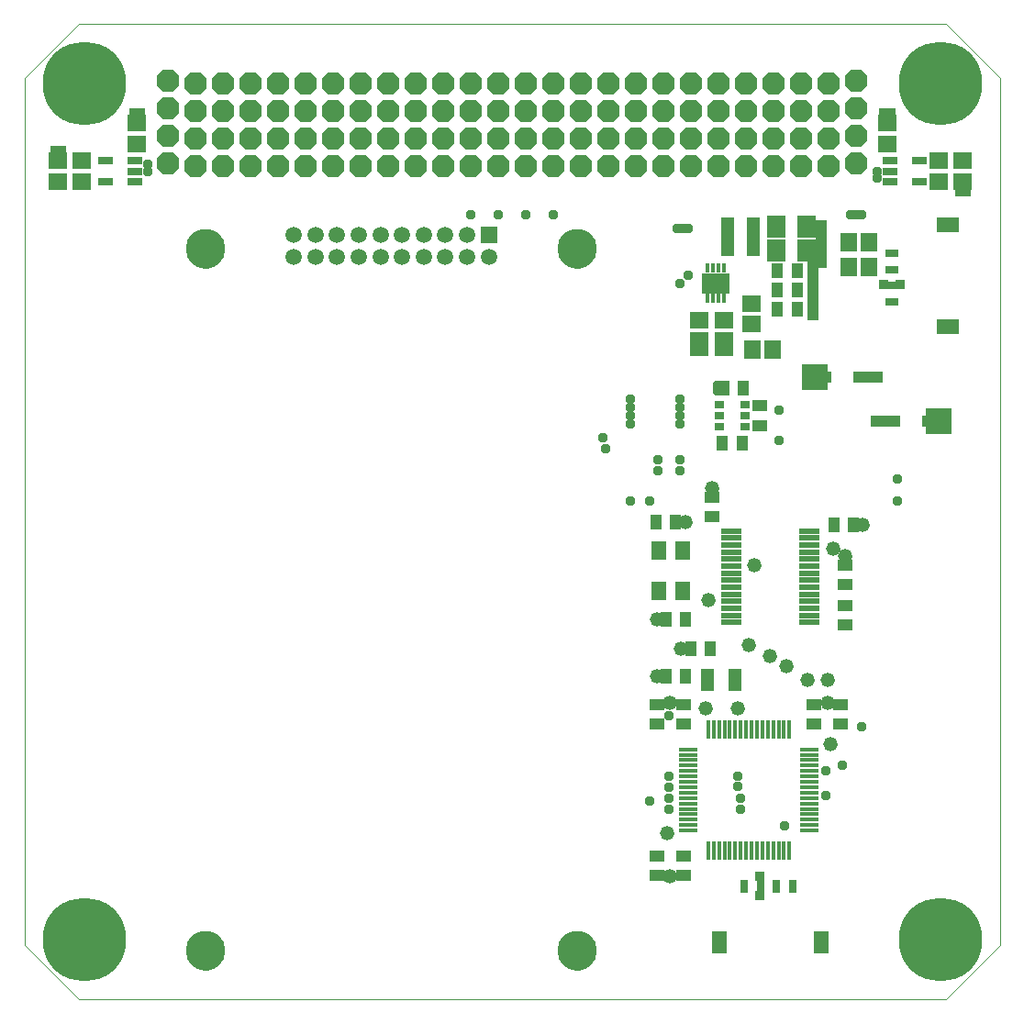
<source format=gts>
G75*
%MOIN*%
%OFA0B0*%
%FSLAX25Y25*%
%IPPOS*%
%LPD*%
%AMOC8*
5,1,8,0,0,1.08239X$1,22.5*
%
%ADD10C,0.00000*%
%ADD11C,0.30328*%
%ADD12OC8,0.08200*%
%ADD13R,0.06902X0.01784*%
%ADD14R,0.01784X0.06902*%
%ADD15R,0.07690X0.02375*%
%ADD16R,0.04737X0.07887*%
%ADD17R,0.05524X0.03950*%
%ADD18R,0.03950X0.05524*%
%ADD19C,0.05200*%
%ADD20R,0.05721X0.07099*%
%ADD21R,0.01784X0.04737*%
%ADD22R,0.04737X0.01784*%
%ADD23R,0.05950X0.05950*%
%ADD24C,0.05950*%
%ADD25C,0.14383*%
%ADD26R,0.05524X0.03162*%
%ADD27R,0.06706X0.05918*%
%ADD28R,0.03162X0.04737*%
%ADD29R,0.05721X0.07887*%
%ADD30R,0.04737X0.03162*%
%ADD31R,0.07887X0.05721*%
%ADD32R,0.05918X0.06706*%
%ADD33R,0.10170X0.07296*%
%ADD34R,0.01784X0.03556*%
%ADD35R,0.04658X0.14186*%
%ADD36R,0.07099X0.07887*%
%ADD37R,0.03556X0.02800*%
%ADD38R,0.11036X0.03950*%
%ADD39C,0.03778*%
%ADD40R,0.03778X0.03778*%
%ADD41OC8,0.03975*%
%ADD42R,0.03975X0.03975*%
D10*
X0001000Y0020685D02*
X0001000Y0335646D01*
X0020685Y0355331D01*
X0335646Y0355331D01*
X0355331Y0335646D01*
X0355331Y0020685D01*
X0335646Y0001000D01*
X0020685Y0001000D01*
X0001000Y0020685D01*
X0059855Y0018685D02*
X0059857Y0018852D01*
X0059863Y0019018D01*
X0059873Y0019185D01*
X0059888Y0019351D01*
X0059906Y0019516D01*
X0059929Y0019681D01*
X0059955Y0019846D01*
X0059985Y0020010D01*
X0060020Y0020173D01*
X0060059Y0020335D01*
X0060101Y0020496D01*
X0060147Y0020656D01*
X0060198Y0020815D01*
X0060252Y0020973D01*
X0060310Y0021129D01*
X0060372Y0021284D01*
X0060438Y0021437D01*
X0060507Y0021589D01*
X0060580Y0021738D01*
X0060657Y0021886D01*
X0060737Y0022032D01*
X0060821Y0022176D01*
X0060909Y0022318D01*
X0060999Y0022458D01*
X0061094Y0022595D01*
X0061191Y0022730D01*
X0061292Y0022863D01*
X0061396Y0022993D01*
X0061504Y0023121D01*
X0061614Y0023246D01*
X0061728Y0023368D01*
X0061844Y0023487D01*
X0061963Y0023603D01*
X0062085Y0023717D01*
X0062210Y0023827D01*
X0062338Y0023935D01*
X0062468Y0024039D01*
X0062601Y0024140D01*
X0062736Y0024237D01*
X0062873Y0024332D01*
X0063013Y0024422D01*
X0063155Y0024510D01*
X0063299Y0024594D01*
X0063445Y0024674D01*
X0063593Y0024751D01*
X0063742Y0024824D01*
X0063894Y0024893D01*
X0064047Y0024959D01*
X0064202Y0025021D01*
X0064358Y0025079D01*
X0064516Y0025133D01*
X0064675Y0025184D01*
X0064835Y0025230D01*
X0064996Y0025272D01*
X0065158Y0025311D01*
X0065321Y0025346D01*
X0065485Y0025376D01*
X0065650Y0025402D01*
X0065815Y0025425D01*
X0065980Y0025443D01*
X0066146Y0025458D01*
X0066313Y0025468D01*
X0066479Y0025474D01*
X0066646Y0025476D01*
X0066813Y0025474D01*
X0066979Y0025468D01*
X0067146Y0025458D01*
X0067312Y0025443D01*
X0067477Y0025425D01*
X0067642Y0025402D01*
X0067807Y0025376D01*
X0067971Y0025346D01*
X0068134Y0025311D01*
X0068296Y0025272D01*
X0068457Y0025230D01*
X0068617Y0025184D01*
X0068776Y0025133D01*
X0068934Y0025079D01*
X0069090Y0025021D01*
X0069245Y0024959D01*
X0069398Y0024893D01*
X0069550Y0024824D01*
X0069699Y0024751D01*
X0069847Y0024674D01*
X0069993Y0024594D01*
X0070137Y0024510D01*
X0070279Y0024422D01*
X0070419Y0024332D01*
X0070556Y0024237D01*
X0070691Y0024140D01*
X0070824Y0024039D01*
X0070954Y0023935D01*
X0071082Y0023827D01*
X0071207Y0023717D01*
X0071329Y0023603D01*
X0071448Y0023487D01*
X0071564Y0023368D01*
X0071678Y0023246D01*
X0071788Y0023121D01*
X0071896Y0022993D01*
X0072000Y0022863D01*
X0072101Y0022730D01*
X0072198Y0022595D01*
X0072293Y0022458D01*
X0072383Y0022318D01*
X0072471Y0022176D01*
X0072555Y0022032D01*
X0072635Y0021886D01*
X0072712Y0021738D01*
X0072785Y0021589D01*
X0072854Y0021437D01*
X0072920Y0021284D01*
X0072982Y0021129D01*
X0073040Y0020973D01*
X0073094Y0020815D01*
X0073145Y0020656D01*
X0073191Y0020496D01*
X0073233Y0020335D01*
X0073272Y0020173D01*
X0073307Y0020010D01*
X0073337Y0019846D01*
X0073363Y0019681D01*
X0073386Y0019516D01*
X0073404Y0019351D01*
X0073419Y0019185D01*
X0073429Y0019018D01*
X0073435Y0018852D01*
X0073437Y0018685D01*
X0073435Y0018518D01*
X0073429Y0018352D01*
X0073419Y0018185D01*
X0073404Y0018019D01*
X0073386Y0017854D01*
X0073363Y0017689D01*
X0073337Y0017524D01*
X0073307Y0017360D01*
X0073272Y0017197D01*
X0073233Y0017035D01*
X0073191Y0016874D01*
X0073145Y0016714D01*
X0073094Y0016555D01*
X0073040Y0016397D01*
X0072982Y0016241D01*
X0072920Y0016086D01*
X0072854Y0015933D01*
X0072785Y0015781D01*
X0072712Y0015632D01*
X0072635Y0015484D01*
X0072555Y0015338D01*
X0072471Y0015194D01*
X0072383Y0015052D01*
X0072293Y0014912D01*
X0072198Y0014775D01*
X0072101Y0014640D01*
X0072000Y0014507D01*
X0071896Y0014377D01*
X0071788Y0014249D01*
X0071678Y0014124D01*
X0071564Y0014002D01*
X0071448Y0013883D01*
X0071329Y0013767D01*
X0071207Y0013653D01*
X0071082Y0013543D01*
X0070954Y0013435D01*
X0070824Y0013331D01*
X0070691Y0013230D01*
X0070556Y0013133D01*
X0070419Y0013038D01*
X0070279Y0012948D01*
X0070137Y0012860D01*
X0069993Y0012776D01*
X0069847Y0012696D01*
X0069699Y0012619D01*
X0069550Y0012546D01*
X0069398Y0012477D01*
X0069245Y0012411D01*
X0069090Y0012349D01*
X0068934Y0012291D01*
X0068776Y0012237D01*
X0068617Y0012186D01*
X0068457Y0012140D01*
X0068296Y0012098D01*
X0068134Y0012059D01*
X0067971Y0012024D01*
X0067807Y0011994D01*
X0067642Y0011968D01*
X0067477Y0011945D01*
X0067312Y0011927D01*
X0067146Y0011912D01*
X0066979Y0011902D01*
X0066813Y0011896D01*
X0066646Y0011894D01*
X0066479Y0011896D01*
X0066313Y0011902D01*
X0066146Y0011912D01*
X0065980Y0011927D01*
X0065815Y0011945D01*
X0065650Y0011968D01*
X0065485Y0011994D01*
X0065321Y0012024D01*
X0065158Y0012059D01*
X0064996Y0012098D01*
X0064835Y0012140D01*
X0064675Y0012186D01*
X0064516Y0012237D01*
X0064358Y0012291D01*
X0064202Y0012349D01*
X0064047Y0012411D01*
X0063894Y0012477D01*
X0063742Y0012546D01*
X0063593Y0012619D01*
X0063445Y0012696D01*
X0063299Y0012776D01*
X0063155Y0012860D01*
X0063013Y0012948D01*
X0062873Y0013038D01*
X0062736Y0013133D01*
X0062601Y0013230D01*
X0062468Y0013331D01*
X0062338Y0013435D01*
X0062210Y0013543D01*
X0062085Y0013653D01*
X0061963Y0013767D01*
X0061844Y0013883D01*
X0061728Y0014002D01*
X0061614Y0014124D01*
X0061504Y0014249D01*
X0061396Y0014377D01*
X0061292Y0014507D01*
X0061191Y0014640D01*
X0061094Y0014775D01*
X0060999Y0014912D01*
X0060909Y0015052D01*
X0060821Y0015194D01*
X0060737Y0015338D01*
X0060657Y0015484D01*
X0060580Y0015632D01*
X0060507Y0015781D01*
X0060438Y0015933D01*
X0060372Y0016086D01*
X0060310Y0016241D01*
X0060252Y0016397D01*
X0060198Y0016555D01*
X0060147Y0016714D01*
X0060101Y0016874D01*
X0060059Y0017035D01*
X0060020Y0017197D01*
X0059985Y0017360D01*
X0059955Y0017524D01*
X0059929Y0017689D01*
X0059906Y0017854D01*
X0059888Y0018019D01*
X0059873Y0018185D01*
X0059863Y0018352D01*
X0059857Y0018518D01*
X0059855Y0018685D01*
X0194855Y0018685D02*
X0194857Y0018852D01*
X0194863Y0019018D01*
X0194873Y0019185D01*
X0194888Y0019351D01*
X0194906Y0019516D01*
X0194929Y0019681D01*
X0194955Y0019846D01*
X0194985Y0020010D01*
X0195020Y0020173D01*
X0195059Y0020335D01*
X0195101Y0020496D01*
X0195147Y0020656D01*
X0195198Y0020815D01*
X0195252Y0020973D01*
X0195310Y0021129D01*
X0195372Y0021284D01*
X0195438Y0021437D01*
X0195507Y0021589D01*
X0195580Y0021738D01*
X0195657Y0021886D01*
X0195737Y0022032D01*
X0195821Y0022176D01*
X0195909Y0022318D01*
X0195999Y0022458D01*
X0196094Y0022595D01*
X0196191Y0022730D01*
X0196292Y0022863D01*
X0196396Y0022993D01*
X0196504Y0023121D01*
X0196614Y0023246D01*
X0196728Y0023368D01*
X0196844Y0023487D01*
X0196963Y0023603D01*
X0197085Y0023717D01*
X0197210Y0023827D01*
X0197338Y0023935D01*
X0197468Y0024039D01*
X0197601Y0024140D01*
X0197736Y0024237D01*
X0197873Y0024332D01*
X0198013Y0024422D01*
X0198155Y0024510D01*
X0198299Y0024594D01*
X0198445Y0024674D01*
X0198593Y0024751D01*
X0198742Y0024824D01*
X0198894Y0024893D01*
X0199047Y0024959D01*
X0199202Y0025021D01*
X0199358Y0025079D01*
X0199516Y0025133D01*
X0199675Y0025184D01*
X0199835Y0025230D01*
X0199996Y0025272D01*
X0200158Y0025311D01*
X0200321Y0025346D01*
X0200485Y0025376D01*
X0200650Y0025402D01*
X0200815Y0025425D01*
X0200980Y0025443D01*
X0201146Y0025458D01*
X0201313Y0025468D01*
X0201479Y0025474D01*
X0201646Y0025476D01*
X0201813Y0025474D01*
X0201979Y0025468D01*
X0202146Y0025458D01*
X0202312Y0025443D01*
X0202477Y0025425D01*
X0202642Y0025402D01*
X0202807Y0025376D01*
X0202971Y0025346D01*
X0203134Y0025311D01*
X0203296Y0025272D01*
X0203457Y0025230D01*
X0203617Y0025184D01*
X0203776Y0025133D01*
X0203934Y0025079D01*
X0204090Y0025021D01*
X0204245Y0024959D01*
X0204398Y0024893D01*
X0204550Y0024824D01*
X0204699Y0024751D01*
X0204847Y0024674D01*
X0204993Y0024594D01*
X0205137Y0024510D01*
X0205279Y0024422D01*
X0205419Y0024332D01*
X0205556Y0024237D01*
X0205691Y0024140D01*
X0205824Y0024039D01*
X0205954Y0023935D01*
X0206082Y0023827D01*
X0206207Y0023717D01*
X0206329Y0023603D01*
X0206448Y0023487D01*
X0206564Y0023368D01*
X0206678Y0023246D01*
X0206788Y0023121D01*
X0206896Y0022993D01*
X0207000Y0022863D01*
X0207101Y0022730D01*
X0207198Y0022595D01*
X0207293Y0022458D01*
X0207383Y0022318D01*
X0207471Y0022176D01*
X0207555Y0022032D01*
X0207635Y0021886D01*
X0207712Y0021738D01*
X0207785Y0021589D01*
X0207854Y0021437D01*
X0207920Y0021284D01*
X0207982Y0021129D01*
X0208040Y0020973D01*
X0208094Y0020815D01*
X0208145Y0020656D01*
X0208191Y0020496D01*
X0208233Y0020335D01*
X0208272Y0020173D01*
X0208307Y0020010D01*
X0208337Y0019846D01*
X0208363Y0019681D01*
X0208386Y0019516D01*
X0208404Y0019351D01*
X0208419Y0019185D01*
X0208429Y0019018D01*
X0208435Y0018852D01*
X0208437Y0018685D01*
X0208435Y0018518D01*
X0208429Y0018352D01*
X0208419Y0018185D01*
X0208404Y0018019D01*
X0208386Y0017854D01*
X0208363Y0017689D01*
X0208337Y0017524D01*
X0208307Y0017360D01*
X0208272Y0017197D01*
X0208233Y0017035D01*
X0208191Y0016874D01*
X0208145Y0016714D01*
X0208094Y0016555D01*
X0208040Y0016397D01*
X0207982Y0016241D01*
X0207920Y0016086D01*
X0207854Y0015933D01*
X0207785Y0015781D01*
X0207712Y0015632D01*
X0207635Y0015484D01*
X0207555Y0015338D01*
X0207471Y0015194D01*
X0207383Y0015052D01*
X0207293Y0014912D01*
X0207198Y0014775D01*
X0207101Y0014640D01*
X0207000Y0014507D01*
X0206896Y0014377D01*
X0206788Y0014249D01*
X0206678Y0014124D01*
X0206564Y0014002D01*
X0206448Y0013883D01*
X0206329Y0013767D01*
X0206207Y0013653D01*
X0206082Y0013543D01*
X0205954Y0013435D01*
X0205824Y0013331D01*
X0205691Y0013230D01*
X0205556Y0013133D01*
X0205419Y0013038D01*
X0205279Y0012948D01*
X0205137Y0012860D01*
X0204993Y0012776D01*
X0204847Y0012696D01*
X0204699Y0012619D01*
X0204550Y0012546D01*
X0204398Y0012477D01*
X0204245Y0012411D01*
X0204090Y0012349D01*
X0203934Y0012291D01*
X0203776Y0012237D01*
X0203617Y0012186D01*
X0203457Y0012140D01*
X0203296Y0012098D01*
X0203134Y0012059D01*
X0202971Y0012024D01*
X0202807Y0011994D01*
X0202642Y0011968D01*
X0202477Y0011945D01*
X0202312Y0011927D01*
X0202146Y0011912D01*
X0201979Y0011902D01*
X0201813Y0011896D01*
X0201646Y0011894D01*
X0201479Y0011896D01*
X0201313Y0011902D01*
X0201146Y0011912D01*
X0200980Y0011927D01*
X0200815Y0011945D01*
X0200650Y0011968D01*
X0200485Y0011994D01*
X0200321Y0012024D01*
X0200158Y0012059D01*
X0199996Y0012098D01*
X0199835Y0012140D01*
X0199675Y0012186D01*
X0199516Y0012237D01*
X0199358Y0012291D01*
X0199202Y0012349D01*
X0199047Y0012411D01*
X0198894Y0012477D01*
X0198742Y0012546D01*
X0198593Y0012619D01*
X0198445Y0012696D01*
X0198299Y0012776D01*
X0198155Y0012860D01*
X0198013Y0012948D01*
X0197873Y0013038D01*
X0197736Y0013133D01*
X0197601Y0013230D01*
X0197468Y0013331D01*
X0197338Y0013435D01*
X0197210Y0013543D01*
X0197085Y0013653D01*
X0196963Y0013767D01*
X0196844Y0013883D01*
X0196728Y0014002D01*
X0196614Y0014124D01*
X0196504Y0014249D01*
X0196396Y0014377D01*
X0196292Y0014507D01*
X0196191Y0014640D01*
X0196094Y0014775D01*
X0195999Y0014912D01*
X0195909Y0015052D01*
X0195821Y0015194D01*
X0195737Y0015338D01*
X0195657Y0015484D01*
X0195580Y0015632D01*
X0195507Y0015781D01*
X0195438Y0015933D01*
X0195372Y0016086D01*
X0195310Y0016241D01*
X0195252Y0016397D01*
X0195198Y0016555D01*
X0195147Y0016714D01*
X0195101Y0016874D01*
X0195059Y0017035D01*
X0195020Y0017197D01*
X0194985Y0017360D01*
X0194955Y0017524D01*
X0194929Y0017689D01*
X0194906Y0017854D01*
X0194888Y0018019D01*
X0194873Y0018185D01*
X0194863Y0018352D01*
X0194857Y0018518D01*
X0194855Y0018685D01*
X0194855Y0273685D02*
X0194857Y0273852D01*
X0194863Y0274018D01*
X0194873Y0274185D01*
X0194888Y0274351D01*
X0194906Y0274516D01*
X0194929Y0274681D01*
X0194955Y0274846D01*
X0194985Y0275010D01*
X0195020Y0275173D01*
X0195059Y0275335D01*
X0195101Y0275496D01*
X0195147Y0275656D01*
X0195198Y0275815D01*
X0195252Y0275973D01*
X0195310Y0276129D01*
X0195372Y0276284D01*
X0195438Y0276437D01*
X0195507Y0276589D01*
X0195580Y0276738D01*
X0195657Y0276886D01*
X0195737Y0277032D01*
X0195821Y0277176D01*
X0195909Y0277318D01*
X0195999Y0277458D01*
X0196094Y0277595D01*
X0196191Y0277730D01*
X0196292Y0277863D01*
X0196396Y0277993D01*
X0196504Y0278121D01*
X0196614Y0278246D01*
X0196728Y0278368D01*
X0196844Y0278487D01*
X0196963Y0278603D01*
X0197085Y0278717D01*
X0197210Y0278827D01*
X0197338Y0278935D01*
X0197468Y0279039D01*
X0197601Y0279140D01*
X0197736Y0279237D01*
X0197873Y0279332D01*
X0198013Y0279422D01*
X0198155Y0279510D01*
X0198299Y0279594D01*
X0198445Y0279674D01*
X0198593Y0279751D01*
X0198742Y0279824D01*
X0198894Y0279893D01*
X0199047Y0279959D01*
X0199202Y0280021D01*
X0199358Y0280079D01*
X0199516Y0280133D01*
X0199675Y0280184D01*
X0199835Y0280230D01*
X0199996Y0280272D01*
X0200158Y0280311D01*
X0200321Y0280346D01*
X0200485Y0280376D01*
X0200650Y0280402D01*
X0200815Y0280425D01*
X0200980Y0280443D01*
X0201146Y0280458D01*
X0201313Y0280468D01*
X0201479Y0280474D01*
X0201646Y0280476D01*
X0201813Y0280474D01*
X0201979Y0280468D01*
X0202146Y0280458D01*
X0202312Y0280443D01*
X0202477Y0280425D01*
X0202642Y0280402D01*
X0202807Y0280376D01*
X0202971Y0280346D01*
X0203134Y0280311D01*
X0203296Y0280272D01*
X0203457Y0280230D01*
X0203617Y0280184D01*
X0203776Y0280133D01*
X0203934Y0280079D01*
X0204090Y0280021D01*
X0204245Y0279959D01*
X0204398Y0279893D01*
X0204550Y0279824D01*
X0204699Y0279751D01*
X0204847Y0279674D01*
X0204993Y0279594D01*
X0205137Y0279510D01*
X0205279Y0279422D01*
X0205419Y0279332D01*
X0205556Y0279237D01*
X0205691Y0279140D01*
X0205824Y0279039D01*
X0205954Y0278935D01*
X0206082Y0278827D01*
X0206207Y0278717D01*
X0206329Y0278603D01*
X0206448Y0278487D01*
X0206564Y0278368D01*
X0206678Y0278246D01*
X0206788Y0278121D01*
X0206896Y0277993D01*
X0207000Y0277863D01*
X0207101Y0277730D01*
X0207198Y0277595D01*
X0207293Y0277458D01*
X0207383Y0277318D01*
X0207471Y0277176D01*
X0207555Y0277032D01*
X0207635Y0276886D01*
X0207712Y0276738D01*
X0207785Y0276589D01*
X0207854Y0276437D01*
X0207920Y0276284D01*
X0207982Y0276129D01*
X0208040Y0275973D01*
X0208094Y0275815D01*
X0208145Y0275656D01*
X0208191Y0275496D01*
X0208233Y0275335D01*
X0208272Y0275173D01*
X0208307Y0275010D01*
X0208337Y0274846D01*
X0208363Y0274681D01*
X0208386Y0274516D01*
X0208404Y0274351D01*
X0208419Y0274185D01*
X0208429Y0274018D01*
X0208435Y0273852D01*
X0208437Y0273685D01*
X0208435Y0273518D01*
X0208429Y0273352D01*
X0208419Y0273185D01*
X0208404Y0273019D01*
X0208386Y0272854D01*
X0208363Y0272689D01*
X0208337Y0272524D01*
X0208307Y0272360D01*
X0208272Y0272197D01*
X0208233Y0272035D01*
X0208191Y0271874D01*
X0208145Y0271714D01*
X0208094Y0271555D01*
X0208040Y0271397D01*
X0207982Y0271241D01*
X0207920Y0271086D01*
X0207854Y0270933D01*
X0207785Y0270781D01*
X0207712Y0270632D01*
X0207635Y0270484D01*
X0207555Y0270338D01*
X0207471Y0270194D01*
X0207383Y0270052D01*
X0207293Y0269912D01*
X0207198Y0269775D01*
X0207101Y0269640D01*
X0207000Y0269507D01*
X0206896Y0269377D01*
X0206788Y0269249D01*
X0206678Y0269124D01*
X0206564Y0269002D01*
X0206448Y0268883D01*
X0206329Y0268767D01*
X0206207Y0268653D01*
X0206082Y0268543D01*
X0205954Y0268435D01*
X0205824Y0268331D01*
X0205691Y0268230D01*
X0205556Y0268133D01*
X0205419Y0268038D01*
X0205279Y0267948D01*
X0205137Y0267860D01*
X0204993Y0267776D01*
X0204847Y0267696D01*
X0204699Y0267619D01*
X0204550Y0267546D01*
X0204398Y0267477D01*
X0204245Y0267411D01*
X0204090Y0267349D01*
X0203934Y0267291D01*
X0203776Y0267237D01*
X0203617Y0267186D01*
X0203457Y0267140D01*
X0203296Y0267098D01*
X0203134Y0267059D01*
X0202971Y0267024D01*
X0202807Y0266994D01*
X0202642Y0266968D01*
X0202477Y0266945D01*
X0202312Y0266927D01*
X0202146Y0266912D01*
X0201979Y0266902D01*
X0201813Y0266896D01*
X0201646Y0266894D01*
X0201479Y0266896D01*
X0201313Y0266902D01*
X0201146Y0266912D01*
X0200980Y0266927D01*
X0200815Y0266945D01*
X0200650Y0266968D01*
X0200485Y0266994D01*
X0200321Y0267024D01*
X0200158Y0267059D01*
X0199996Y0267098D01*
X0199835Y0267140D01*
X0199675Y0267186D01*
X0199516Y0267237D01*
X0199358Y0267291D01*
X0199202Y0267349D01*
X0199047Y0267411D01*
X0198894Y0267477D01*
X0198742Y0267546D01*
X0198593Y0267619D01*
X0198445Y0267696D01*
X0198299Y0267776D01*
X0198155Y0267860D01*
X0198013Y0267948D01*
X0197873Y0268038D01*
X0197736Y0268133D01*
X0197601Y0268230D01*
X0197468Y0268331D01*
X0197338Y0268435D01*
X0197210Y0268543D01*
X0197085Y0268653D01*
X0196963Y0268767D01*
X0196844Y0268883D01*
X0196728Y0269002D01*
X0196614Y0269124D01*
X0196504Y0269249D01*
X0196396Y0269377D01*
X0196292Y0269507D01*
X0196191Y0269640D01*
X0196094Y0269775D01*
X0195999Y0269912D01*
X0195909Y0270052D01*
X0195821Y0270194D01*
X0195737Y0270338D01*
X0195657Y0270484D01*
X0195580Y0270632D01*
X0195507Y0270781D01*
X0195438Y0270933D01*
X0195372Y0271086D01*
X0195310Y0271241D01*
X0195252Y0271397D01*
X0195198Y0271555D01*
X0195147Y0271714D01*
X0195101Y0271874D01*
X0195059Y0272035D01*
X0195020Y0272197D01*
X0194985Y0272360D01*
X0194955Y0272524D01*
X0194929Y0272689D01*
X0194906Y0272854D01*
X0194888Y0273019D01*
X0194873Y0273185D01*
X0194863Y0273352D01*
X0194857Y0273518D01*
X0194855Y0273685D01*
X0059855Y0273685D02*
X0059857Y0273852D01*
X0059863Y0274018D01*
X0059873Y0274185D01*
X0059888Y0274351D01*
X0059906Y0274516D01*
X0059929Y0274681D01*
X0059955Y0274846D01*
X0059985Y0275010D01*
X0060020Y0275173D01*
X0060059Y0275335D01*
X0060101Y0275496D01*
X0060147Y0275656D01*
X0060198Y0275815D01*
X0060252Y0275973D01*
X0060310Y0276129D01*
X0060372Y0276284D01*
X0060438Y0276437D01*
X0060507Y0276589D01*
X0060580Y0276738D01*
X0060657Y0276886D01*
X0060737Y0277032D01*
X0060821Y0277176D01*
X0060909Y0277318D01*
X0060999Y0277458D01*
X0061094Y0277595D01*
X0061191Y0277730D01*
X0061292Y0277863D01*
X0061396Y0277993D01*
X0061504Y0278121D01*
X0061614Y0278246D01*
X0061728Y0278368D01*
X0061844Y0278487D01*
X0061963Y0278603D01*
X0062085Y0278717D01*
X0062210Y0278827D01*
X0062338Y0278935D01*
X0062468Y0279039D01*
X0062601Y0279140D01*
X0062736Y0279237D01*
X0062873Y0279332D01*
X0063013Y0279422D01*
X0063155Y0279510D01*
X0063299Y0279594D01*
X0063445Y0279674D01*
X0063593Y0279751D01*
X0063742Y0279824D01*
X0063894Y0279893D01*
X0064047Y0279959D01*
X0064202Y0280021D01*
X0064358Y0280079D01*
X0064516Y0280133D01*
X0064675Y0280184D01*
X0064835Y0280230D01*
X0064996Y0280272D01*
X0065158Y0280311D01*
X0065321Y0280346D01*
X0065485Y0280376D01*
X0065650Y0280402D01*
X0065815Y0280425D01*
X0065980Y0280443D01*
X0066146Y0280458D01*
X0066313Y0280468D01*
X0066479Y0280474D01*
X0066646Y0280476D01*
X0066813Y0280474D01*
X0066979Y0280468D01*
X0067146Y0280458D01*
X0067312Y0280443D01*
X0067477Y0280425D01*
X0067642Y0280402D01*
X0067807Y0280376D01*
X0067971Y0280346D01*
X0068134Y0280311D01*
X0068296Y0280272D01*
X0068457Y0280230D01*
X0068617Y0280184D01*
X0068776Y0280133D01*
X0068934Y0280079D01*
X0069090Y0280021D01*
X0069245Y0279959D01*
X0069398Y0279893D01*
X0069550Y0279824D01*
X0069699Y0279751D01*
X0069847Y0279674D01*
X0069993Y0279594D01*
X0070137Y0279510D01*
X0070279Y0279422D01*
X0070419Y0279332D01*
X0070556Y0279237D01*
X0070691Y0279140D01*
X0070824Y0279039D01*
X0070954Y0278935D01*
X0071082Y0278827D01*
X0071207Y0278717D01*
X0071329Y0278603D01*
X0071448Y0278487D01*
X0071564Y0278368D01*
X0071678Y0278246D01*
X0071788Y0278121D01*
X0071896Y0277993D01*
X0072000Y0277863D01*
X0072101Y0277730D01*
X0072198Y0277595D01*
X0072293Y0277458D01*
X0072383Y0277318D01*
X0072471Y0277176D01*
X0072555Y0277032D01*
X0072635Y0276886D01*
X0072712Y0276738D01*
X0072785Y0276589D01*
X0072854Y0276437D01*
X0072920Y0276284D01*
X0072982Y0276129D01*
X0073040Y0275973D01*
X0073094Y0275815D01*
X0073145Y0275656D01*
X0073191Y0275496D01*
X0073233Y0275335D01*
X0073272Y0275173D01*
X0073307Y0275010D01*
X0073337Y0274846D01*
X0073363Y0274681D01*
X0073386Y0274516D01*
X0073404Y0274351D01*
X0073419Y0274185D01*
X0073429Y0274018D01*
X0073435Y0273852D01*
X0073437Y0273685D01*
X0073435Y0273518D01*
X0073429Y0273352D01*
X0073419Y0273185D01*
X0073404Y0273019D01*
X0073386Y0272854D01*
X0073363Y0272689D01*
X0073337Y0272524D01*
X0073307Y0272360D01*
X0073272Y0272197D01*
X0073233Y0272035D01*
X0073191Y0271874D01*
X0073145Y0271714D01*
X0073094Y0271555D01*
X0073040Y0271397D01*
X0072982Y0271241D01*
X0072920Y0271086D01*
X0072854Y0270933D01*
X0072785Y0270781D01*
X0072712Y0270632D01*
X0072635Y0270484D01*
X0072555Y0270338D01*
X0072471Y0270194D01*
X0072383Y0270052D01*
X0072293Y0269912D01*
X0072198Y0269775D01*
X0072101Y0269640D01*
X0072000Y0269507D01*
X0071896Y0269377D01*
X0071788Y0269249D01*
X0071678Y0269124D01*
X0071564Y0269002D01*
X0071448Y0268883D01*
X0071329Y0268767D01*
X0071207Y0268653D01*
X0071082Y0268543D01*
X0070954Y0268435D01*
X0070824Y0268331D01*
X0070691Y0268230D01*
X0070556Y0268133D01*
X0070419Y0268038D01*
X0070279Y0267948D01*
X0070137Y0267860D01*
X0069993Y0267776D01*
X0069847Y0267696D01*
X0069699Y0267619D01*
X0069550Y0267546D01*
X0069398Y0267477D01*
X0069245Y0267411D01*
X0069090Y0267349D01*
X0068934Y0267291D01*
X0068776Y0267237D01*
X0068617Y0267186D01*
X0068457Y0267140D01*
X0068296Y0267098D01*
X0068134Y0267059D01*
X0067971Y0267024D01*
X0067807Y0266994D01*
X0067642Y0266968D01*
X0067477Y0266945D01*
X0067312Y0266927D01*
X0067146Y0266912D01*
X0066979Y0266902D01*
X0066813Y0266896D01*
X0066646Y0266894D01*
X0066479Y0266896D01*
X0066313Y0266902D01*
X0066146Y0266912D01*
X0065980Y0266927D01*
X0065815Y0266945D01*
X0065650Y0266968D01*
X0065485Y0266994D01*
X0065321Y0267024D01*
X0065158Y0267059D01*
X0064996Y0267098D01*
X0064835Y0267140D01*
X0064675Y0267186D01*
X0064516Y0267237D01*
X0064358Y0267291D01*
X0064202Y0267349D01*
X0064047Y0267411D01*
X0063894Y0267477D01*
X0063742Y0267546D01*
X0063593Y0267619D01*
X0063445Y0267696D01*
X0063299Y0267776D01*
X0063155Y0267860D01*
X0063013Y0267948D01*
X0062873Y0268038D01*
X0062736Y0268133D01*
X0062601Y0268230D01*
X0062468Y0268331D01*
X0062338Y0268435D01*
X0062210Y0268543D01*
X0062085Y0268653D01*
X0061963Y0268767D01*
X0061844Y0268883D01*
X0061728Y0269002D01*
X0061614Y0269124D01*
X0061504Y0269249D01*
X0061396Y0269377D01*
X0061292Y0269507D01*
X0061191Y0269640D01*
X0061094Y0269775D01*
X0060999Y0269912D01*
X0060909Y0270052D01*
X0060821Y0270194D01*
X0060737Y0270338D01*
X0060657Y0270484D01*
X0060580Y0270632D01*
X0060507Y0270781D01*
X0060438Y0270933D01*
X0060372Y0271086D01*
X0060310Y0271241D01*
X0060252Y0271397D01*
X0060198Y0271555D01*
X0060147Y0271714D01*
X0060101Y0271874D01*
X0060059Y0272035D01*
X0060020Y0272197D01*
X0059985Y0272360D01*
X0059955Y0272524D01*
X0059929Y0272689D01*
X0059906Y0272854D01*
X0059888Y0273019D01*
X0059873Y0273185D01*
X0059863Y0273352D01*
X0059857Y0273518D01*
X0059855Y0273685D01*
D11*
X0022654Y0333677D03*
X0333677Y0333677D03*
X0333677Y0022654D03*
X0022654Y0022654D03*
D12*
X0053165Y0304677D03*
X0053165Y0314677D03*
X0053165Y0324677D03*
X0053165Y0334677D03*
X0063165Y0333677D03*
X0063165Y0323677D03*
X0063165Y0313677D03*
X0063165Y0303677D03*
X0073165Y0303677D03*
X0073165Y0313677D03*
X0073165Y0323677D03*
X0073165Y0333677D03*
X0083165Y0333677D03*
X0083165Y0323677D03*
X0083165Y0313677D03*
X0083165Y0303677D03*
X0093165Y0303677D03*
X0103165Y0303677D03*
X0103165Y0313677D03*
X0093165Y0313677D03*
X0093165Y0323677D03*
X0103165Y0323677D03*
X0103165Y0333677D03*
X0093165Y0333677D03*
X0113165Y0333677D03*
X0113165Y0323677D03*
X0113165Y0313677D03*
X0113165Y0303677D03*
X0123165Y0303677D03*
X0123165Y0313677D03*
X0123165Y0323677D03*
X0123165Y0333677D03*
X0133165Y0333677D03*
X0133165Y0323677D03*
X0133165Y0313677D03*
X0133165Y0303677D03*
X0143165Y0303677D03*
X0153165Y0303677D03*
X0153165Y0313677D03*
X0143165Y0313677D03*
X0143165Y0323677D03*
X0153165Y0323677D03*
X0153165Y0333677D03*
X0143165Y0333677D03*
X0163165Y0333677D03*
X0163165Y0323677D03*
X0163165Y0313677D03*
X0163165Y0303677D03*
X0173165Y0303677D03*
X0173165Y0313677D03*
X0173165Y0323677D03*
X0173165Y0333677D03*
X0183165Y0333677D03*
X0183165Y0323677D03*
X0183165Y0313677D03*
X0183165Y0303677D03*
X0193165Y0303677D03*
X0193165Y0313677D03*
X0193165Y0323677D03*
X0193165Y0333677D03*
X0203165Y0333677D03*
X0213165Y0333677D03*
X0213165Y0323677D03*
X0203165Y0323677D03*
X0203165Y0313677D03*
X0213165Y0313677D03*
X0213165Y0303677D03*
X0203165Y0303677D03*
X0223165Y0303677D03*
X0223165Y0313677D03*
X0223165Y0323677D03*
X0223165Y0333677D03*
X0233165Y0333677D03*
X0233165Y0323677D03*
X0233165Y0313677D03*
X0233165Y0303677D03*
X0243165Y0303677D03*
X0243165Y0313677D03*
X0243165Y0323677D03*
X0243165Y0333677D03*
X0253165Y0333677D03*
X0263165Y0333677D03*
X0263165Y0323677D03*
X0253165Y0323677D03*
X0253165Y0313677D03*
X0263165Y0313677D03*
X0263165Y0303677D03*
X0253165Y0303677D03*
X0273165Y0303677D03*
X0273165Y0313677D03*
X0273165Y0323677D03*
X0273165Y0333677D03*
X0283165Y0333677D03*
X0283165Y0323677D03*
X0283165Y0313677D03*
X0283165Y0303677D03*
X0293165Y0303677D03*
X0293165Y0313677D03*
X0293165Y0323677D03*
X0293165Y0333677D03*
X0303165Y0334677D03*
X0303165Y0324677D03*
X0303165Y0314677D03*
X0303165Y0304677D03*
D13*
X0286213Y0091929D03*
X0286213Y0089961D03*
X0286213Y0087992D03*
X0286213Y0086024D03*
X0286213Y0084055D03*
X0286213Y0082087D03*
X0286213Y0080118D03*
X0286213Y0078150D03*
X0286213Y0076181D03*
X0286213Y0074213D03*
X0286213Y0072244D03*
X0286213Y0070276D03*
X0286213Y0068307D03*
X0286213Y0066339D03*
X0286213Y0064370D03*
X0286213Y0062402D03*
X0242118Y0062402D03*
X0242118Y0064370D03*
X0242118Y0066339D03*
X0242118Y0068307D03*
X0242118Y0070276D03*
X0242118Y0072244D03*
X0242118Y0074213D03*
X0242118Y0076181D03*
X0242118Y0078150D03*
X0242118Y0080118D03*
X0242118Y0082087D03*
X0242118Y0084055D03*
X0242118Y0086024D03*
X0242118Y0087992D03*
X0242118Y0089961D03*
X0242118Y0091929D03*
D14*
X0249402Y0099213D03*
X0251370Y0099213D03*
X0253339Y0099213D03*
X0255307Y0099213D03*
X0257276Y0099213D03*
X0259244Y0099213D03*
X0261213Y0099213D03*
X0263181Y0099213D03*
X0265150Y0099213D03*
X0267118Y0099213D03*
X0269087Y0099213D03*
X0271055Y0099213D03*
X0273024Y0099213D03*
X0274992Y0099213D03*
X0276961Y0099213D03*
X0278929Y0099213D03*
X0278929Y0055118D03*
X0276961Y0055118D03*
X0274992Y0055118D03*
X0273024Y0055118D03*
X0271055Y0055118D03*
X0269087Y0055118D03*
X0267118Y0055118D03*
X0265150Y0055118D03*
X0263181Y0055118D03*
X0261213Y0055118D03*
X0259244Y0055118D03*
X0257276Y0055118D03*
X0255307Y0055118D03*
X0253339Y0055118D03*
X0251370Y0055118D03*
X0249402Y0055118D03*
D15*
X0257866Y0138031D03*
X0257866Y0140591D03*
X0257866Y0143150D03*
X0257866Y0145709D03*
X0257866Y0148268D03*
X0257866Y0150827D03*
X0257866Y0153386D03*
X0257866Y0155945D03*
X0257866Y0158504D03*
X0257866Y0161063D03*
X0257866Y0163622D03*
X0257866Y0166181D03*
X0257866Y0168740D03*
X0257866Y0171299D03*
X0286213Y0171299D03*
X0286213Y0168740D03*
X0286213Y0166181D03*
X0286213Y0163622D03*
X0286213Y0161063D03*
X0286213Y0158504D03*
X0286213Y0155945D03*
X0286213Y0153386D03*
X0286213Y0150827D03*
X0286213Y0148268D03*
X0286213Y0145709D03*
X0286213Y0143150D03*
X0286213Y0140591D03*
X0286213Y0138031D03*
D16*
X0259087Y0117165D03*
X0249244Y0117165D03*
D17*
X0240543Y0108189D03*
X0240543Y0101102D03*
X0230701Y0101102D03*
X0230701Y0108189D03*
X0230701Y0053228D03*
X0230701Y0046142D03*
X0240543Y0046142D03*
X0240543Y0053228D03*
X0287787Y0101102D03*
X0287787Y0108189D03*
X0297630Y0108189D03*
X0297630Y0101102D03*
X0299106Y0137185D03*
X0299106Y0144272D03*
X0299106Y0151791D03*
X0299106Y0158878D03*
X0250878Y0176398D03*
X0250878Y0183484D03*
X0268165Y0209622D03*
X0268165Y0216709D03*
D18*
X0262209Y0223165D03*
X0255122Y0223165D03*
X0254622Y0203165D03*
X0261709Y0203165D03*
X0237610Y0174606D03*
X0230524Y0174606D03*
X0234126Y0139173D03*
X0241213Y0139173D03*
X0242984Y0128346D03*
X0250071Y0128346D03*
X0241213Y0118504D03*
X0234126Y0118504D03*
X0294992Y0173622D03*
X0302079Y0173622D03*
X0281709Y0251665D03*
X0281709Y0258665D03*
X0281709Y0265665D03*
X0274622Y0265665D03*
X0274622Y0258665D03*
X0274622Y0251665D03*
D19*
X0250878Y0186909D03*
X0241035Y0174606D03*
X0266134Y0158858D03*
X0249402Y0146063D03*
X0239559Y0128346D03*
X0230701Y0118504D03*
X0235622Y0108661D03*
X0248417Y0106693D03*
X0260228Y0106693D03*
X0277895Y0122180D03*
X0271647Y0125802D03*
X0264165Y0129715D03*
X0285415Y0117165D03*
X0292915Y0117165D03*
X0292709Y0108661D03*
X0293693Y0093898D03*
X0235622Y0045669D03*
X0234638Y0061417D03*
X0230701Y0139173D03*
X0294677Y0164764D03*
X0299106Y0162303D03*
X0305504Y0173622D03*
D20*
X0240031Y0164094D03*
X0231370Y0164094D03*
X0231370Y0149528D03*
X0240031Y0149528D03*
D21*
X0294283Y0173622D03*
D22*
X0299106Y0151476D03*
X0250878Y0176083D03*
X0230770Y0100410D03*
X0230570Y0053691D03*
X0297635Y0100332D03*
D23*
X0169677Y0278685D03*
D24*
X0161803Y0278685D03*
X0153929Y0278685D03*
X0153929Y0270811D03*
X0161803Y0270811D03*
X0169677Y0270811D03*
X0146055Y0270811D03*
X0138181Y0270811D03*
X0130307Y0270811D03*
X0122433Y0270811D03*
X0114559Y0270811D03*
X0114559Y0278685D03*
X0122433Y0278685D03*
X0130307Y0278685D03*
X0138181Y0278685D03*
X0146055Y0278685D03*
X0106685Y0278685D03*
X0106685Y0270811D03*
X0098811Y0270811D03*
X0098811Y0278685D03*
D25*
X0066646Y0273685D03*
X0201646Y0273685D03*
X0201646Y0018685D03*
X0066646Y0018685D03*
D26*
X0040980Y0298175D03*
X0040980Y0301915D03*
X0040980Y0305656D03*
X0030350Y0305656D03*
X0030350Y0298175D03*
X0315350Y0298175D03*
X0315350Y0301915D03*
X0315350Y0305656D03*
X0325980Y0305656D03*
X0325980Y0298175D03*
D27*
X0333165Y0298175D03*
X0333165Y0305656D03*
X0341915Y0305656D03*
X0341915Y0298175D03*
X0314415Y0311925D03*
X0314415Y0319406D03*
X0265165Y0253906D03*
X0265165Y0246425D03*
X0255165Y0247906D03*
X0255165Y0240425D03*
X0246165Y0240425D03*
X0246165Y0247906D03*
X0041915Y0311925D03*
X0041915Y0319406D03*
X0021915Y0305656D03*
X0021915Y0298175D03*
X0013165Y0298175D03*
X0013165Y0305656D03*
D28*
X0262449Y0042165D03*
X0268354Y0042165D03*
X0274260Y0042165D03*
X0280165Y0042165D03*
D29*
X0290421Y0021693D03*
X0253374Y0021693D03*
D30*
X0316165Y0254449D03*
X0316165Y0260354D03*
X0316165Y0266260D03*
X0316165Y0272165D03*
D31*
X0336638Y0282421D03*
X0336638Y0245374D03*
D32*
X0307906Y0267165D03*
X0300425Y0267165D03*
X0300425Y0276165D03*
X0307906Y0276165D03*
X0272906Y0237165D03*
X0265425Y0237165D03*
D33*
X0252165Y0261165D03*
D34*
X0251181Y0266677D03*
X0249213Y0266677D03*
X0253150Y0266677D03*
X0255118Y0266677D03*
X0255118Y0255654D03*
X0253150Y0255654D03*
X0251181Y0255654D03*
X0249213Y0255654D03*
D35*
X0256500Y0278165D03*
X0265831Y0278165D03*
D36*
X0274154Y0281665D03*
X0274154Y0273165D03*
X0285177Y0273165D03*
X0285177Y0281665D03*
D37*
X0262740Y0217102D03*
X0262740Y0213165D03*
X0262740Y0209228D03*
X0253591Y0209228D03*
X0253591Y0213165D03*
X0253591Y0217102D03*
D38*
X0288717Y0227165D03*
X0307614Y0227165D03*
X0313717Y0211165D03*
X0332614Y0211165D03*
D39*
X0318165Y0190165D03*
X0318165Y0182165D03*
X0275165Y0204165D03*
X0275165Y0215165D03*
X0252665Y0222165D03*
X0252665Y0224165D03*
X0239165Y0219165D03*
X0239165Y0216165D03*
X0239165Y0213165D03*
X0239165Y0210165D03*
X0239165Y0197165D03*
X0239165Y0193165D03*
X0231165Y0193165D03*
X0231165Y0197165D03*
X0221165Y0210165D03*
X0221165Y0213165D03*
X0221165Y0216165D03*
X0221165Y0219165D03*
X0211165Y0205165D03*
X0212165Y0201165D03*
X0221165Y0182165D03*
X0228165Y0182165D03*
X0235165Y0104165D03*
X0235165Y0082165D03*
X0235165Y0078165D03*
X0235165Y0074165D03*
X0235165Y0070165D03*
X0228165Y0073165D03*
X0260165Y0078387D03*
X0261165Y0074165D03*
X0261165Y0070165D03*
X0260165Y0082165D03*
X0277165Y0064165D03*
X0292165Y0075165D03*
X0292165Y0084165D03*
X0298165Y0086165D03*
X0305165Y0100165D03*
X0239165Y0261165D03*
X0242165Y0264165D03*
X0242165Y0281165D03*
X0240165Y0281165D03*
X0238165Y0281165D03*
X0193165Y0286165D03*
X0183165Y0286165D03*
X0173165Y0286165D03*
X0163165Y0286165D03*
X0045665Y0301915D03*
X0045665Y0304415D03*
X0301165Y0286165D03*
X0303165Y0286165D03*
X0305165Y0286165D03*
X0310665Y0299415D03*
X0310665Y0301915D03*
D40*
X0313274Y0323272D03*
X0315774Y0323272D03*
X0340774Y0294522D03*
X0343274Y0294522D03*
X0319165Y0260665D03*
X0313165Y0260665D03*
X0291165Y0230165D03*
X0288165Y0230165D03*
X0285165Y0230165D03*
X0285165Y0224165D03*
X0288165Y0224165D03*
X0291165Y0224165D03*
X0330165Y0214165D03*
X0333165Y0214165D03*
X0336165Y0214165D03*
X0336165Y0208165D03*
X0333165Y0208165D03*
X0330165Y0208165D03*
X0268165Y0045665D03*
X0268165Y0038665D03*
X0014524Y0309522D03*
X0012024Y0309522D03*
X0040774Y0323272D03*
X0043274Y0323272D03*
D41*
X0249165Y0262665D03*
X0249165Y0259665D03*
X0252165Y0259665D03*
X0252165Y0262665D03*
X0255165Y0262665D03*
X0255165Y0259665D03*
D42*
X0253965Y0236665D03*
X0256465Y0236665D03*
X0247465Y0236665D03*
X0244965Y0236665D03*
X0287465Y0249665D03*
X0287465Y0252165D03*
X0287465Y0254665D03*
X0287465Y0257165D03*
X0287465Y0259665D03*
X0287465Y0262165D03*
X0287465Y0264665D03*
X0287465Y0267165D03*
X0290465Y0268665D03*
X0290465Y0271665D03*
X0290465Y0274665D03*
X0290465Y0277165D03*
X0290465Y0279665D03*
X0290465Y0282165D03*
M02*

</source>
